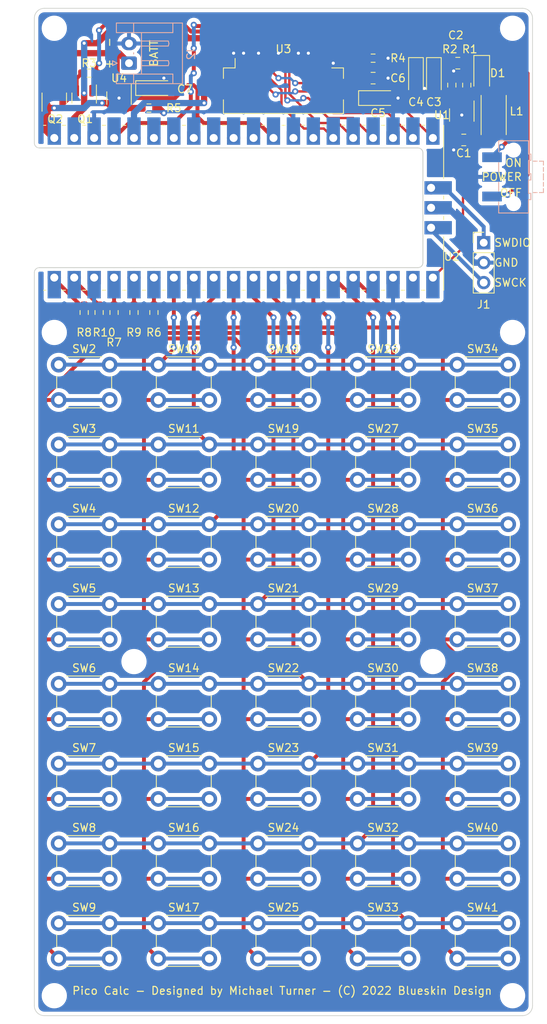
<source format=kicad_pcb>
(kicad_pcb (version 20211014) (generator pcbnew)
  (layers (0 "F.Cu" signal) (31 "B.Cu" signal) (34 "B.Paste" user) (35 "F.Paste" user) (36 "B.SilkS" user "B.Silkscreen") (37 "F.SilkS" user "F.Silkscreen") (38 "B.Mask" user) (39 "F.Mask" user) (44 "Edge.Cuts" user))
  (net 0 "")
  (net 1 "ROW1")
  (net 2 "COL1")
  (net 3 "ROW2")
  (net 4 "ROW3")
  (net 5 "ROW4")
  (net 6 "ROW5")
  (net 7 "ROW6")
  (net 8 "ROW7")
  (net 9 "ROW8")
  (net 10 "COL2")
  (net 11 "COL3")
  (net 12 "COL4")
  (net 13 "COL5")
  (net 14 "Net-(R4-Pad2)")
  (net 15 "Net-(C5-Pad1)")
  (net 16 "Net-(D1-Pad2)")
  (net 17 "Net-(Q1-Pad1)")
  (net 18 "VBUS")
  (net 19 "GND")
  (net 20 "+3V3")
  (net 21 "Net-(R1-Pad2)")
  (net 22 "Net-(R6-Pad2)")
  (net 23 "VSYS")
  (net 24 "VBAT")
  (net 25 "Net-(Q1-Pad2)")
  (net 26 "Net-(R5-Pad1)")
  (net 27 "Net-(R7-Pad2)")
  (net 28 "BAT_STAT")
  (net 37 "Net-(R8-Pad2)")
  (net 38 "Net-(R9-Pad2)")
  (net 39 "Net-(R10-Pad2)")
  (net 40 "~{POWER_EN}")
  (net 41 "DC")
  (net 42 "CS")
  (net 43 "SCK")
  (net 44 "RESET")
  (net 46 "VOP")
  (net 47 "SDO")
  (net 49 "OLED_POWER_EN")
  (net 50 "Net-(J1-Pad1)")
  (net 51 "Net-(J1-Pad3)")
  (footprint "Button_Switch_THT:SW_PUSH_6mm" (layer "F.Cu") (at 113.961974 151.791974)
    (fp_text reference "SW17")
    (fp_text value "+/-")
  )
  (footprint "MountingHole:MountingHole_2.2mm_M2_ISO7380" (layer "F.Cu") (at 159.121974 76.571974)
    (fp_text reference "H4")
    (fp_text value "M2")
  )
  (footprint "Button_Switch_THT:SW_PUSH_6mm" (layer "F.Cu") (at 139.361974 121.311974)
    (fp_text reference "SW30")
    (fp_text value "EXP")
  )
  (footprint "Button_Switch_THT:SW_PUSH_6mm" (layer "F.Cu") (at 126.661974 100.991974)
    (fp_text reference "SW20")
    (fp_text value "TAN")
  )
  (footprint "Resistor_SMD:R_0603_1608Metric_Pad0.98x0.95mm_HandSolder" (layer "F.Cu") (at 141.341974 41.646974 180)
    (fp_text reference "R4")
    (fp_text value "910k")
  )
  (footprint "Button_Switch_THT:SW_PUSH_6mm" (layer "F.Cu") (at 101.261974 100.991974)
    (fp_text reference "SW4")
    (fp_text value "SIN")
  )
  (footprint "Resistor_SMD:R_0603_1608Metric_Pad0.98x0.95mm_HandSolder" (layer "F.Cu") (at 105.146974 43.551974 180)
    (fp_text reference "R3")
    (fp_text value "100k")
  )
  (footprint "Button_Switch_THT:SW_PUSH_6mm" (layer "F.Cu") (at 152.061974 111.151974)
    (fp_text reference "SW37")
    (fp_text value "X<=>Y")
  )
  (footprint "MountingHole:MountingHole_2.2mm_M2_ISO7380" (layer "F.Cu") (at 159.121974 161.026974)
    (fp_text reference "H6")
    (fp_text value "M2")
  )
  (footprint "Package_TO_SOT_SMD:SOT-23" (layer "F.Cu") (at 100.701974 46.726974 90)
    (fp_text reference "Q2")
    (fp_text value "Q_PMOS_GSD")
  )
  (footprint "Button_Switch_THT:SW_PUSH_6mm" (layer "F.Cu") (at 152.061974 131.471974)
    (fp_text reference "SW39")
    (fp_text value "/")
  )
  (footprint "Capacitor_Tantalum_SMD:CP_EIA-3216-18_Kemet-A_Pad1.58x1.35mm_HandSolder" (layer "F.Cu") (at 146.802974 44.059974 -90)
    (fp_text reference "C4")
    (fp_text value "4u7")
  )
  (footprint "Button_Switch_THT:SW_PUSH_6mm" (layer "F.Cu") (at 113.961974 80.671974)
    (fp_text reference "SW10")
    (fp_text value "F2")
  )
  (footprint "Resistor_SMD:R_0603_1608Metric_Pad0.98x0.95mm_HandSolder" (layer "F.Cu") (at 112.766974 47.996974)
    (fp_text reference "R5")
    (fp_text value "2k")
  )
  (footprint "Button_Switch_THT:SW_PUSH_6mm" (layer "F.Cu") (at 139.361974 151.791974)
    (fp_text reference "SW33")
    (fp_text value "DROP")
  )
  (footprint "Button_Switch_THT:SW_PUSH_6mm" (layer "F.Cu") (at 139.361974 90.831974)
    (fp_text reference "SW27")
    (fp_text value "RCL")
  )
  (footprint "Button_Switch_THT:SW_PUSH_6mm" (layer "F.Cu") (at 126.661974 80.671974)
    (fp_text reference "SW18")
    (fp_text value "F3")
  )
  (footprint "Button_Switch_THT:SW_PUSH_6mm" (layer "F.Cu") (at 126.661974 90.831974)
    (fp_text reference "SW19")
    (fp_text value "FSE")
  )
  (footprint "Button_Switch_THT:SW_PUSH_6mm" (layer "F.Cu") (at 126.661974 131.471974)
    (fp_text reference "SW23")
    (fp_text value "6")
  )
  (footprint "MountingHole:MountingHole_2.2mm_M2_ISO7380" (layer "F.Cu") (at 159.121974 37.836974)
    (fp_text reference "H2")
    (fp_text value "M2")
  )
  (footprint "Button_Switch_THT:SW_PUSH_6mm" (layer "F.Cu") (at 139.361974 80.671974)
    (fp_text reference "SW26")
    (fp_text value "F4")
  )
  (footprint "MountingHole:MountingHole_2.2mm_M2_ISO7380" (layer "F.Cu") (at 148.961974 118.481974)
    (fp_text reference "H8")
    (fp_text value "M2")
  )
  (footprint "Connector_PinHeader_2.54mm:PinHeader_1x03_P2.54mm_Vertical" (layer "F.Cu") (at 155.438974 65.141974)
    (fp_text reference "J1")
    (fp_text value "SWD")
  )
  (footprint "Button_Switch_THT:SW_PUSH_6mm" (layer "F.Cu") (at 101.261974 151.791974)
    (fp_text reference "SW9")
    (fp_text value "0")
  )
  (footprint "Button_Switch_THT:SW_PUSH_6mm" (layer "F.Cu") (at 152.061974 90.831974)
    (fp_text reference "SW35")
    (fp_text value "STO")
  )
  (footprint "Button_Switch_THT:SW_PUSH_6mm" (layer "F.Cu") (at 113.961974 121.311974)
    (fp_text reference "SW14")
    (fp_text value "8")
  )
  (footprint "Connector_FFC-FPC:Hirose_FH12-24S-0.5SH_1x24-1MP_P0.50mm_Horizontal" (layer "F.Cu") (at 129.911974 44.186974)
    (fp_text reference "U3")
    (fp_text value "OLED_128x64_SSD1309")
  )
  (footprint "Resistor_SMD:R_0603_1608Metric_Pad0.98x0.95mm_HandSolder" (layer "F.Cu") (at 106.416974 74.031974 -90)
    (fp_text reference "R10")
    (fp_text value "1k")
  )
  (footprint "Diode_SMD:D_SOD-123" (layer "F.Cu") (at 155.184974 43.551974 -90)
    (fp_text reference "D1")
    (fp_text value "D_Schottky")
  )
  (footprint "MountingHole:MountingHole_2.2mm_M2_ISO7380" (layer "F.Cu") (at 110.861974 118.481974)
    (fp_text reference "H7")
    (fp_text value "M2")
  )
  (footprint "Button_Switch_THT:SW_PUSH_6mm" (layer "F.Cu") (at 113.961974 90.831974)
    (fp_text reference "SW11")
    (fp_text value "DGR")
  )
  (footprint "Button_Switch_THT:SW_PUSH_6mm" (layer "F.Cu") (at 101.261974 80.671974)
    (fp_text reference "SW2")
    (fp_text value "F1")
  )
  (footprint "Resistor_SMD:R_0603_1608Metric_Pad0.98x0.95mm_HandSolder" (layer "F.Cu") (at 113.401974 74.031974 -90)
    (fp_text reference "R6")
    (fp_text value "1k")
  )
  (footprint "MountingHole:MountingHole_2.2mm_M2_ISO7380" (layer "F.Cu") (at 100.701974 161.026974)
    (fp_text reference "H5")
    (fp_text value "M2")
  )
  (footprint "Button_Switch_THT:SW_PUSH_6mm" (layer "F.Cu") (at 152.061974 121.311974)
    (fp_text reference "SW38")
    (fp_text value "<-")
  )
  (footprint "Package_TO_SOT_SMD:SOT-23-5" (layer "F.Cu") (at 152.644974 48.885974 -90)
    (fp_text reference "U1")
    (fp_text value "AP3012")
  )
  (footprint "Resistor_SMD:R_0603_1608Metric_Pad0.98x0.95mm_HandSolder" (layer "F.Cu") (at 108.321974 74.031974 -90)
    (fp_text reference "R7")
    (fp_text value "1k")
  )
  (footprint "Button_Switch_THT:SW_PUSH_6mm" (layer "F.Cu") (at 101.261974 141.631974)
    (fp_text reference "SW8")
    (fp_text value "1")
  )
  (footprint "Button_Switch_THT:SW_PUSH_6mm" (layer "F.Cu") (at 101.261974 131.471974)
    (fp_text reference "SW7")
    (fp_text value "4")
  )
  (footprint "Capacitor_SMD:C_0805_2012Metric_Pad1.18x1.45mm_HandSolder" (layer "F.Cu") (at 152.136974 42.281974 180)
    (fp_text reference "C2")
    (fp_text value "4u7")
  )
  (footprint "Package_TO_SOT_SMD:SOT-23-5" (layer "F.Cu") (at 108.956974 46.726974 -90)
    (fp_text reference "U4")
    (fp_text value "MCP73831-2-OT")
  )
  (footprint "Button_Switch_THT:SW_PUSH_6mm" (layer "F.Cu") (at 152.061974 151.791974)
    (fp_text reference "SW41")
    (fp_text value "ENTER")
  )
  (footprint "Resistor_SMD:R_0603_1608Metric_Pad0.98x0.95mm_HandSolder" (layer "F.Cu") (at 104.511974 74.031974 -90)
    (fp_text reference "R8")
    (fp_text value "1k")
  )
  (footprint "Button_Switch_THT:SW_PUSH_6mm" (layer "F.Cu") (at 139.361974 111.151974)
    (fp_text reference "SW29")
    (fp_text value "%")
  )
  (footprint "Button_Switch_THT:SW_PUSH_6mm" (layer "F.Cu") (at 126.661974 151.791974)
    (fp_text reference "SW25")
    (fp_text value ".")
  )
  (footprint "Button_Switch_THT:SW_PUSH_6mm" (layer "F.Cu") (at 101.261974 121.311974)
    (fp_text reference "SW6")
    (fp_text value "7")
  )
  (footprint "Button_Switch_THT:SW_PUSH_6mm" (layer "F.Cu") (at 126.661974 141.631974)
    (fp_text reference "SW24")
    (fp_text value "3")
  )
  (footprint "Button_Switch_THT:SW_PUSH_6mm" (layer "F.Cu") (at 126.661974 111.151974)
    (fp_text reference "SW21")
    (fp_text value "SQRT")
  )
  (footprint "Button_Switch_THT:SW_PUSH_6mm" (layer "F.Cu") (at 152.061974 80.671974)
    (fp_text reference "SW34")
    (fp_text value "F5")
  )
  (footprint "Button_Switch_THT:SW_PUSH_6mm" (layer "F.Cu") (at 152.061974 141.631974)
    (fp_text reference "SW40")
    (fp_text value "-")
  )
  (footprint "Button_Switch_THT:SW_PUSH_6mm" (layer "F.Cu") (at 126.661974 121.311974)
    (fp_text reference "SW22")
    (fp_text value "9")
  )
  (footprint "Resistor_SMD:R_0603_1608Metric_Pad0.98x0.95mm_HandSolder" (layer "F.Cu") (at 110.861974 74.031974 -90)
    (fp_text reference "R9")
    (fp_text value "1k")
  )
  (footprint "Package_TO_SOT_SMD:SOT-23" (layer "F.Cu") (at 104.511974 46.726974 -90)
    (fp_text reference "Q1")
    (fp_text value "Q_PMOS_GSD")
  )
  (footprint "Resistor_SMD:R_0603_1608Metric_Pad0.98x0.95mm_HandSolder" (layer "F.Cu") (at 153.279974 45.075974 -90)
    (fp_text reference "R1")
    (fp_text value "R")
  )
  (footprint "Button_Switch_THT:SW_PUSH_6mm" (layer "F.Cu") (at 101.261974 111.151974)
    (fp_text reference "SW5")
    (fp_text value "a b/c")
  )
  (footprint "Button_Switch_THT:SW_PUSH_6mm" (layer "F.Cu") (at 113.961974 131.471974)
    (fp_text reference "SW15")
    (fp_text value "5")
  )
  (footprint "Capacitor_SMD:C_0805_2012Metric_Pad1.18x1.45mm_HandSolder" (layer "F.Cu") (at 141.341974 44.186974)
    (fp_text reference "C6")
    (fp_text value "4u7")
  )
  (footprint "Inductor_SMD:L_Taiyo-Yuden_NR-30xx_HandSoldering" (layer "F.Cu") (at 156.708974 48.885974 90)
    (fp_text reference "L1")
    (fp_text value "L")
  )
  (footprint "Capacitor_SMD:C_0805_2012Metric_Pad1.18x1.45mm_HandSolder" (layer "F.Cu") (at 152.898974 52.060974 180)
    (fp_text reference "C1")
    (fp_text value "4u7")
  )
  (footprint "Button_Switch_THT:SW_PUSH_6mm" (layer "F.Cu") (at 152.061974 100.991974)
    (fp_text reference "SW36")
    (fp_text value "LOG")
  )
  (footprint "Button_Switch_THT:SW_PUSH_6mm" (layer "F.Cu") (at 139.361974 131.471974)
    (fp_text reference "SW31")
    (fp_text value "*")
  )
  (footprint "Footprints:RPi_Pico_SMD_TH__Reverse_Mount" (layer "F.Cu") (at 124.831974 60.696974 90)
    (fp_text reference "U2")
    (fp_text value "Pico")
    (fp_line (start -7.62 -26.035) (end -7.620001 22.225) (layer "Edge.Cuts") (width 0.12))
    (fp_line (start -6.985 22.86) (end 6.985 22.86) (layer "Edge.Cuts") (width 0.12))
    (fp_line (start 7.62 22.225) (end 7.62 -26.035) (layer "Edge.Cuts") (width 0.12))
    (fp_arc (start -6.985 22.86) (mid -7.434013 22.674013) (end -7.62 22.225) (layer "Edge.Cuts") (width 0.12))
    (fp_arc (start 7.62 22.225) (mid 7.434013 22.674013) (end 6.985 22.86) (layer "Edge.Cuts") (width 0.12))
  )
  (footprint "Button_Switch_THT:SW_PUSH_6mm" (layer "F.Cu") (at 113.961974 141.631974)
    (fp_text reference "SW16")
    (fp_text value "2")
  )
  (footprint "Button_Switch_THT:SW_PUSH_6mm" (layer "F.Cu") (at 101.261974 90.831974)
    (fp_text reference "SW3")
    (fp_text value "SHIFT")
  )
  (footprint "Button_Switch_THT:SW_PUSH_6mm" (layer "F.Cu") (at 139.361974 141.631974)
    (fp_text reference "SW32")
    (fp_text value "+")
  )
  (footprint "MountingHole:MountingHole_2.2mm_M2_ISO7380" (layer "F.Cu") (at 100.701974 37.836974)
    (fp_text reference "H1" hide)
    (fp_text value "M2")
  )
  (footprint "Button_Switch_THT:SW_PUSH_6mm" (layer "F.Cu") (at 113.961974 111.151974)
    (fp_text reference "SW13")
    (fp_text value "Y^X")
  )
  (footprint "Capacitor_Tantalum_SMD:CP_EIA-3216-18_Kemet-A_Pad1.58x1.35mm_HandSolder" (layer "F.Cu") (at 141.976974 46.726974)
    (fp_text reference "C5")
    (fp_text value "4u7")
  )
  (footprint "MountingHole:MountingHole_2.2mm_M2_ISO7380" (layer "F.Cu") (at 100.701974 76.571974)
    (fp_text reference "H3")
    (fp_text value "M2")
  )
  (footprint "Button_Switch_THT:SW_PUSH_6mm" (layer "F.Cu") (at 139.361974 100.991974)
    (fp_text reference "SW28")
    (fp_text value "LN")
  )
  (footprint "Capacitor_Tantalum_SMD:CP_EIA-3216-18_Kemet-A_Pad1.58x1.35mm_HandSolder" (layer "F.Cu") (at 149.088974 44.059974 -90)
    (fp_text reference "C3")
    (fp_text value "4u7")
  )
  (footprint "Resistor_SMD:R_0603_1608Metric_Pad0.98x0.95mm_HandSolder" (layer "F.Cu") (at 151.374974 45.075974 90)
    (fp_text reference "R2")
    (fp_text value "R")
  )
  (footprint "Button_Switch_THT:SW_PUSH_6mm" (layer "F.Cu") (at 113.961974 100.991974)
    (fp_text reference "SW12")
    (fp_text value "COS")
  )
  (footprint "Capacitor_Tantalum_SMD:CP_EIA-3216-18_Kemet-A_Pad1.58x1.35mm_HandSolder" (layer "F.Cu") (at 113.569474 45.456974)
    (fp_text reference "C7")
    (fp_text value "4u7")
  )
  (footprint "Connector_JST:JST_EH_S2B-EH_1x02_P2.50mm_Horizontal" (layer "B.Cu") (at 110.226974 42.281974 90)
    (fp_text reference "J2")
    (fp_text value "BATT")
  )
  (footprint "Button_Switch_SMD:SW_SPDT_CK-JS102011SAQN" (layer "B.Cu") (at 159.248974 56.759974 -90)
    (fp_text reference "SW1")
    (fp_text value "POWER")
  )
  (gr_arc (start 99.431974 163.566974) (mid 98.533948 163.195) (end 98.161974 162.296974) (layer "Edge.Cuts") (width 0.1))
  (gr_arc (start 161.661974 162.296974) (mid 161.29 163.195) (end 160.391974 163.566974) (layer "Edge.Cuts") (width 0.1))
  (gr_line (start 98.161974 52.441974) (end 98.161974 36.566974) (layer "Edge.Cuts") (width 0.1))
  (gr_line (start 98.161974 162.296974) (end 98.161974 68.951974) (layer "Edge.Cuts") (width 0.1))
  (gr_line (start 161.661974 36.566974) (end 161.661974 162.296974) (layer "Edge.Cuts") (width 0.1))
  (gr_line (start 160.391974 163.566974) (end 99.431974 163.566974) (layer "Edge.Cuts") (width 0.1))
  (gr_arc (start 160.391974 35.296974) (mid 161.29 35.668948) (end 161.661974 36.566974) (layer "Edge.Cuts") (width 0.1))
  (gr_arc (start 98.796974 53.076974) (mid 98.347961 52.890987) (end 98.161974 52.441974) (layer "Edge.Cuts") (width 0.1))
  (gr_arc (start 98.161974 68.951974) (mid 98.347961 68.502961) (end 98.796974 68.316974) (layer "Edge.Cuts") (width 0.1))
  (gr_arc (start 98.161974 36.566974) (mid 98.533948 35.668948) (end 99.431974 35.296974) (layer "Edge.Cuts") (width 0.1))
  (gr_line (start 99.431974 35.296974) (end 160.391974 35.296974) (layer "Edge.Cuts") (width 0.1))
  (gr_text "+  -" (at 107.686974 41.011974 90) (layer "F.SilkS") (effects (font (size 1 1))))
  (gr_text "ON" (at 160.391974 54.981974) (layer "F.SilkS") (effects (font (size 1 1)) (justify right)))
  (gr_text "GND" (at 156.708974 67.681974) (layer "F.SilkS") (effects (font (size 1 1)) (justify left)))
  (gr_text "Pico Calc - Designed by Michael Turner - (C) 2022 Blueskin Design" (at 156.581974 160.391974) (layer "F.SilkS") (effects (font (size 1 1)) (justify right)))
  (gr_text "SWDIO" (at 156.708974 65.141974) (layer "F.SilkS") (effects (font (size 1 1)) (justify left)))
  (gr_text "OFF" (at 160.391974 58.791974) (layer "F.SilkS") (effects (font (size 1 1)) (justify right)))
  (gr_text "SWCK" (at 156.708974 70.221974) (layer "F.SilkS") (effects (font (size 1 1)) (justify left)))
  (segment (start 115.941974 78.691974) (end 113.961974 80.671974) (width 0.5) (layer "F.Cu") (net 1))
  (segment (start 115.941974 78.476974) (end 115.941974 78.691974) (width 0.5) (layer "F.Cu") (net 1))
  (segment (start 115.941974 69.586974) (end 115.941974 74.666974) (width 0.5) (layer "F.Cu") (net 1))
  (via (at 115.941974 74.666974) (size 0.8) (drill 0.4) (layers "F.Cu" "B.Cu") (net 1))
  (via (at 115.941974 78.476974) (size 0.8) (drill 0.4) (layers "F.Cu" "B.Cu") (net 1))
  (segment (start 101.261974 80.671974) (end 158.561974 80.671974) (width 0.5) (layer "B.Cu") (net 1))
  (segment (start 115.941974 78.476974) (end 115.941974 74.666974) (width 0.5) (layer "B.Cu") (net 1))
  (segment (start 104.055724 73.119474) (end 104.511974 73.119474) (width 0.5) (layer "F.Cu") (net 2))
  (segment (start 100.701974 69.765724) (end 104.055724 73.119474) (width 0.5) (layer "F.Cu") (net 2))
  (segment (start 118.481974 88.851974) (end 120.461974 90.831974) (width 0.5) (layer "F.Cu") (net 3))
  (segment (start 121.021974 72.126974) (end 121.021974 69.586974) (width 0.5) (layer "F.Cu") (net 3))
  (segment (start 118.481974 74.666974) (end 121.021974 72.126974) (width 0.5) (layer "F.Cu") (net 3))
  (segment (start 118.481974 78.476974) (end 118.481974 88.851974) (width 0.5) (layer "F.Cu") (net 3))
  (via (at 118.481974 78.476974) (size 0.8) (drill 0.4) (layers "F.Cu" "B.Cu") (net 3))
  (via (at 118.481974 74.666974) (size 0.8) (drill 0.4) (layers "F.Cu" "B.Cu") (net 3))
  (segment (start 101.261974 90.831974) (end 158.561974 90.831974) (width 0.5) (layer "B.Cu") (net 3))
  (segment (start 118.481974 74.666974) (end 118.481974 78.476974) (width 0.5) (layer "B.Cu") (net 3))
  (segment (start 123.561974 78.476974) (end 123.561974 97.891974) (width 0.5) (layer "F.Cu") (net 4))
  (segment (start 123.561974 69.586974) (end 123.561974 74.666974) (width 0.5) (layer "F.Cu") (net 4))
  (segment (start 123.561974 97.891974) (end 120.461974 100.991974) (width 0.5) (layer "F.Cu") (net 4))
  (via (at 123.561974 78.476974) (size 0.8) (drill 0.4) (layers "F.Cu" "B.Cu") (net 4))
  (via (at 123.561974 74.666974) (size 0.8) (drill 0.4) (layers "F.Cu" "B.Cu") (net 4))
  (segment (start 101.261974 100.991974) (end 158.561974 100.991974) (width 0.5) (layer "B.Cu") (net 4))
  (segment (start 123.561974 74.666974) (end 123.561974 78.476974) (width 0.5) (layer "B.Cu") (net 4))
  (segment (start 128.641974 109.171974) (end 126.661974 111.151974) (width 0.5) (layer "F.Cu") (net 5))
  (segment (start 128.641974 78.476974) (end 128.641974 109.171974) (width 0.5) (layer "F.Cu") (net 5))
  (segment (start 128.641974 74.666974) (end 126.101974 72.126974) (width 0.5) (layer "F.Cu") (net 5))
  (segment (start 126.101974 72.126974) (end 126.101974 69.586974) (width 0.5) (layer "F.Cu") (net 5))
  (via (at 128.641974 78.476974) (size 0.8) (drill 0.4) (layers "F.Cu" "B.Cu") (net 5))
  (via (at 128.641974 74.666974) (size 0.8) (drill 0.4) (layers "F.Cu" "B.Cu") (net 5))
  (segment (start 101.261974 111.151974) (end 158.561974 111.151974) (width 0.5) (layer "B.Cu") (net 5))
  (segment (start 128.641974 74.666974) (end 128.641974 78.476974) (width 0.5) (layer "B.Cu") (net 5))
  (segment (start 131.181974 78.476974) (end 131.181974 119.331974) (width 0.5) (layer "F.Cu") (net 6))
  (segment (start 131.181974 74.666974) (end 128.641974 72.126974) (width 0.5) (layer "F.Cu") (net 6))
  (segment (start 131.181974 119.331974) (end 133.161974 121.311974) (width 0.5) (layer "F.Cu") (net 6))
  (segment (start 128.641974 72.126974) (end 128.641974 69.586974) (width 0.5) (layer "F.Cu") (net 6))
  (via (at 131.181974 78.476974) (size 0.8) (drill 0.4) (layers "F.Cu" "B.Cu") (net 6))
  (via (at 131.181974 74.666974) (size 0.8) (drill 0.4) (layers "F.Cu" "B.Cu") (net 6))
  (segment (start 101.261974 121.311974) (end 158.561974 121.311974) (width 0.5) (layer "B.Cu") (net 6))
  (segment (start 131.181974 74.666974) (end 131.181974 78.476974) (width 0.5) (layer "B.Cu") (net 6))
  (segment (start 135.626974 129.006974) (end 133.161974 131.471974) (width 0.5) (layer "F.Cu") (net 7))
  (segment (start 133.721974 72.761974) (end 133.721974 69.586974) (width 0.5) (layer "F.Cu") (net 7))
  (segment (start 135.626974 78.476974) (end 135.626974 129.006974) (width 0.5) (layer "F.Cu") (net 7))
  (segment (start 135.626974 74.666974) (end 133.721974 72.761974) (width 0.5) (layer "F.Cu") (net 7))
  (via (at 135.626974 78.476974) (size 0.8) (drill 0.4) (layers "F.Cu" "B.Cu") (net 7))
  (via (at 135.626974 74.666974) (size 0.8) (drill 0.4) (layers "F.Cu" "B.Cu") (net 7))
  (segment (start 101.261974 131.471974) (end 158.561974 131.471974) (width 0.5) (layer "B.Cu") (net 7))
  (segment (start 135.626974 74.666974) (end 135.626974 78.476974) (width 0.5) (layer "B.Cu") (net 7))
  (segment (start 141.341974 78.476974) (end 141.341974 139.651974) (width 0.5) (layer "F.Cu") (net 8))
  (segment (start 141.341974 74.666974) (end 136.261974 69.586974) (width 0.5) (layer "F.Cu") (net 8))
  (segment (start 141.341974 139.651974) (end 139.361974 141.631974) (width 0.5) (layer "F.Cu") (net 8))
  (via (at 141.341974 74.666974) (size 0.8) (drill 0.4) (layers "F.Cu" "B.Cu") (net 8))
  (via (at 141.341974 78.476974) (size 0.8) (drill 0.4) (layers "F.Cu" "B.Cu") (net 8))
  (segment (start 101.261974 141.631974) (end 158.561974 141.631974) (width 0.5) (layer "B.Cu") (net 8))
  (segment (start 141.341974 74.666974) (end 141.341974 78.476974) (width 0.5) (layer "B.Cu") (net 8))
  (segment (start 143.881974 149.811974) (end 145.861974 151.791974) (width 0.5) (layer "F.Cu") (net 9))
  (segment (start 143.881974 74.666974) (end 138.801974 69.586974) (width 0.5) (layer "F.Cu") (net 9))
  (segment (start 143.881974 78.476974) (end 143.881974 149.811974) (width 0.5) (layer "F.Cu") (net 9))
  (via (at 143.881974 78.476974) (size 0.8) (drill 0.4) (layers "F.Cu" "B.Cu") (net 9))
  (via (at 143.881974 74.666974) (size 0.8) (drill 0.4) (layers "F.Cu" "B.Cu") (net 9))
  (segment (start 101.261974 151.791974) (end 158.561974 151.791974) (width 0.5) (layer "B.Cu") (net 9))
  (segment (start 143.881974 74.666974) (end 143.881974 78.476974) (width 0.5) (layer "B.Cu") (net 9))
  (segment (start 103.241974 69.944474) (end 106.416974 73.119474) (width 0.5) (layer "F.Cu") (net 10))
  (segment (start 108.321974 69.586974) (end 108.321974 73.119474) (width 0.5) (layer "F.Cu") (net 11))
  (segment (start 110.861974 69.586974) (end 110.861974 73.119474) (width 0.5) (layer "F.Cu") (net 12))
  (segment (start 113.401974 69.586974) (end 113.401974 73.119474) (width 0.5) (layer "F.Cu") (net 13))
  (segment (start 140.429474 41.646974) (end 139.159474 40.376974) (width 0.3) (layer "F.Cu") (net 14))
  (segment (start 139.159474 40.376974) (end 135.122952 40.376974) (width 0.3) (layer "F.Cu") (net 14))
  (segment (start 135.122952 40.376974) (end 134.161974 41.337952) (width 0.3) (layer "F.Cu") (net 14))
  (segment (start 134.161974 41.337952) (end 134.161974 42.336974) (width 0.3) (layer "F.Cu") (net 14))
  (segment (start 134.661974 42.336974) (end 134.661974 43.221974) (width 0.3) (layer "F.Cu") (net 15))
  (segment (start 134.661974 43.221974) (end 134.991974 43.551974) (width 0.3) (layer "F.Cu") (net 15))
  (segment (start 140.304474 44.186974) (end 140.304474 46.491974) (width 0.3) (layer "F.Cu") (net 15))
  (segment (start 139.669474 43.551974) (end 140.304474 44.186974) (width 0.3) (layer "F.Cu") (net 15))
  (segment (start 134.991974 43.551974) (end 139.669474 43.551974) (width 0.3) (layer "F.Cu") (net 15))
  (segment (start 153.644494 47.646454) (end 153.644494 47.748474) (width 1) (layer "F.Cu") (net 16))
  (segment (start 154.004974 47.285974) (end 153.644494 47.646454) (width 1) (layer "F.Cu") (net 16))
  (segment (start 155.184974 45.201974) (end 155.184974 45.761974) (width 0.5) (layer "F.Cu") (net 16))
  (segment (start 156.708974 47.285974) (end 154.004974 47.285974) (width 1) (layer "F.Cu") (net 16))
  (segment (start 155.184974 45.761974) (end 156.708974 47.285974) (width 0.5) (layer "F.Cu") (net 16))
  (segment (start 116.439603 36.566974) (end 118.130083 38.257454) (width 0.5) (layer "F.Cu") (net 17))
  (segment (start 154.716454 38.257454) (end 160.177474 43.718474) (width 0.5) (layer "F.Cu") (net 17))
  (segment (start 106.416974 38.107474) (end 107.957474 36.566974) (width 0.5) (layer "F.Cu") (net 17))
  (segment (start 118.130083 38.257454) (end 154.716454 38.257454) (width 0.5) (layer "F.Cu") (net 17))
  (segment (start 105.461974 45.789474) (end 106.059474 45.191974) (width 0.5) (layer "F.Cu") (net 17))
  (segment (start 106.059474 43.551974) (end 106.059474 42.639474) (width 0.5) (layer "F.Cu") (net 17))
  (segment (start 160.177474 43.718474) (end 160.177474 50.497474) (width 0.5) (layer "F.Cu") (net 17))
  (segment (start 107.957474 36.566974) (end 116.439603 36.566974) (width 0.5) (layer "F.Cu") (net 17))
  (segment (start 160.177474 50.497474) (end 157.724974 52.949974) (width 0.5) (layer "F.Cu") (net 17))
  (segment (start 106.059474 45.191974) (end 106.059474 43.551974) (width 0.5) (layer "F.Cu") (net 17))
  (segment (start 106.059474 42.639474) (end 106.416974 42.281974) (width 0.5) (layer "F.Cu") (net 17))
  (via (at 157.724974 52.949974) (size 0.8) (drill 0.4) (layers "F.Cu" "B.Cu") (net 17))
  (via (at 106.416974 38.107474) (size 0.8) (drill 0.4) (layers "F.Cu" "B.Cu") (net 17))
  (via (at 106.416974 42.281974) (size 0.8) (drill 0.4) (layers "F.Cu" "B.Cu") (net 17))
  (segment (start 106.416974 38.107474) (end 106.416974 42.281974) (width 0.5) (layer "B.Cu") (net 17))
  (segment (start 156.498974 54.175974) (end 157.724974 52.949974) (width 0.5) (layer "B.Cu") (net 17))
  (segment (start 107.504474 47.361974) (end 108.006974 47.864474) (width 0.8) (layer "F.Cu") (net 18))
  (segment (start 99.751974 50.856974) (end 100.701974 51.806974) (width 1) (layer "F.Cu") (net 18))
  (segment (start 106.781474 47.361974) (end 107.504474 47.361974) (width 0.8) (layer "F.Cu") (net 18))
  (segment (start 100.084474 47.996974) (end 99.751974 47.664474) (width 0.8) (layer "F.Cu") (net 18))
  (segment (start 100.701974 47.996974) (end 100.084474 47.996974) (width 0.8) (layer "F.Cu") (net 18))
  (segment (start 99.751974 47.664474) (end 99.751974 50.856974) (width 1) (layer "F.Cu") (net 18))
  (via (at 106.781474 47.361974) (size 0.8) (drill 0.4) (layers "F.Cu" "B.Cu") (net 18))
  (via (at 100.701974 47.996974) (size 0.8) (drill 0.4) (layers "F.Cu" "B.Cu") (net 18))
  (segment (start 100.701974 47.996974) (end 104.511974 47.996974) (width 0.8) (layer "B.Cu") (net 18))
  (segment (start 105.146974 47.361974) (end 104.511974 47.996974) (width 0.8) (layer "B.Cu") (net 18))
  (segment (start 106.781474 47.361974) (end 105.146974 47.361974) (width 0.8) (layer "B.Cu") (net 18))
  (segment (start 115.006974 44.521974) (end 115.006974 45.456974) (width 0.8) (layer "F.Cu") (net 19))
  (segment (start 114.671974 44.186974) (end 115.006974 44.521974) (width 0.8) (layer "F.Cu") (net 19))
  (segment (start 124.161974 42.336974) (end 124.161974 41.611974) (width 0.3) (layer "F.Cu") (net 19))
  (segment (start 133.086974 41.011974) (end 132.661974 41.436974) (width 0.3) (layer "F.Cu") (net 19))
  (segment (start 124.661974 42.336974) (end 124.661974 41.181974) (width 0.3) (layer "F.Cu") (net 19))
  (segment (start 151.099474 42.281974) (end 151.374974 42.557474) (width 0.8) (layer "F.Cu") (net 19))
  (segment (start 133.161974 41.086974) (end 133.161974 42.336974) (width 0.3) (layer "F.Cu") (net 19))
  (segment (start 133.661974 41.586974) (end 133.086974 41.011974) (width 0.3) (layer "F.Cu") (net 19))
  (segment (start 149.088974 45.497474) (end 146.802974 45.497474) (width 0.8) (layer "F.Cu") (net 19))
  (segment (start 143.246974 44.186974) (end 142.379474 44.186974) (width 0.3) (layer "F.Cu") (net 19))
  (segment (start 133.661974 42.336974) (end 133.661974 41.586974) (width 0.3) (layer "F.Cu") (net 19))
  (segment (start 151.607474 53.330974) (end 151.607474 52.314974) (width 1) (layer "F.Cu") (net 19))
  (segment (start 124.161974 41.611974) (end 123.561974 41.011974) (width 0.3) (layer "F.Cu") (net 19))
  (segment (start 129.161974 41.126974) (end 129.276974 41.011974) (width 0.3) (layer "F.Cu") (net 19))
  (segment (start 152.644974 47.748474) (end 152.644974 48.885974) (width 0.3) (layer "F.Cu") (net 19))
  (segment (start 151.607474 52.314974) (end 151.861474 52.060974) (width 1) (layer "F.Cu") (net 19))
  (segment (start 114.036974 47.996974) (end 113.679474 47.996974) (width 0.8) (layer "F.Cu") (net 19))
  (segment (start 126.661974 41.086974) (end 126.736974 41.011974) (width 0.3) (layer "F.Cu") (net 19))
  (segment (start 133.086974 41.011974) (end 133.161974 41.086974) (width 0.3) (layer "F.Cu") (net 19))
  (segment (start 132.161974 42.336974) (end 132.161974 41.356974) (width 0.3) (layer "F.Cu") (net 19))
  (segment (start 125.161974 41.341974) (end 124.831974 41.011974) (width 0.3) (layer "F.Cu") (net 19))
  (segment (start 129.161974 42.336974) (end 129.161974 41.126974) (width 0.3) (layer "F.Cu") (net 19))
  (segment (start 108.956974 45.589474) (end 108.956974 46.726974) (width 0.8) (layer "F.Cu") (net 19))
  (segment (start 124.161974 42.336974) (end 124.161974 41.681974) (width 0.3) (layer "F.Cu") (net 19))
  (segment (start 143.246974 41.646974) (end 142.254474 41.646974) (width 0.3) (layer "F.Cu") (net 19))
  (segment (start 126.661974 42.336974) (end 126.661974 41.086974) (width 0.3) (layer "F.Cu") (net 19))
  (segment (start 129.661974 42.336974) (end 129.661974 41.396974) (width 0.3) (layer "F.Cu") (net 19))
  (segment (start 135.716974 42.281974) (end 135.661974 42.336974) (width 0.3) (layer "F.Cu") (net 19))
  (segment (start 151.374974 42.557474) (end 151.374974 44.163474) (width 0.8) (layer "F.Cu") (net 19))
  (segment (start 143.414474 46.726974) (end 144.516974 46.726974) (width 0.3) (layer "F.Cu") (net 19))
  (segment (start 125.161974 42.336974) (end 125.161974 41.341974) (width 0.3) (layer "F.Cu") (net 19))
  (segment (start 131.661974 41.166974) (end 131.816974 41.011974) (width 0.3) (layer "F.Cu") (net 19))
  (segment (start 124.661974 41.181974) (end 124.831974 41.011974) (width 0.3) (layer "F.Cu") (net 19))
  (segment (start 132.161974 41.356974) (end 131.816974 41.011974) (width 0.3) (layer "F.Cu") (net 19))
  (segment (start 127.161974 41.436974) (end 126.736974 41.011974) (width 0.3) (layer "F.Cu") (net 19))
  (segment (start 136.261974 42.281974) (end 135.716974 42.281974) (width 0.3) (layer "F.Cu") (net 19))
  (segment (start 129.661974 41.396974) (end 129.276974 41.011974) (width 0.3) (layer "F.Cu") (net 19))
  (segment (start 114.671974 48.631974) (end 114.036974 47.996974) (width 0.8) (layer "F.Cu") (net 19))
  (segment (start 127.161974 42.336974) (end 127.161974 41.436974) (width 0.3) (layer "F.Cu") (net 19))
  (segment (start 132.661974 41.436974) (end 132.661974 42.336974) (width 0.3) (layer "F.Cu") (net 19))
  (segment (start 131.661974 42.336974) (end 131.661974 41.166974) (width 0.3) (layer "F.Cu") (net 19))
  (via (at 123.561974 41.011974) (size 0.8) (drill 0.4) (layers "F.Cu" "B.Cu") (net 19))
  (via (at 147.905474 45.497474) (size 0.8) (drill 0.4) (layers "F.Cu" "B.Cu") (net 19))
  (via (at 124.831974 41.011974) (size 0.8) (drill 0.4) (layers "F.Cu" "B.Cu") (net 19))
  (via (at 144.516974 46.726974) (size 0.8) (drill 0.4) (layers "F.Cu" "B.Cu") (net 19))
  (via (at 136.261974 42.281974) (size 0.8) (drill 0.4) (layers "F.Cu" "B.Cu") (net 19))
  (via (at 133.086974 41.011974) (size 0.8) (drill 0.4) (layers "F.Cu" "B.Cu") (net 19))
  (via (at 131.816974 41.011974) (size 0.8) (drill 0.4) (layers "F.Cu" "B.Cu") (net 19))
  (via (at 108.956974 46.726974) (size 0.8) (drill 0.4) (layers "F.Cu" "B.Cu") (net 19))
  (via (at 129.276974 41.011974) (size 0.8) (drill 0.4) (layers "F.Cu" "B.Cu") (net 19))
  (via (at 143.246974 41.646974) (size 0.8) (drill 0.4) (layers "F.Cu" "B.Cu") (net 19))
  (via (at 151.607474 53.330974) (size 0.8) (drill 0.4) (layers "F.Cu" "B.Cu") (net 19))
  (via (at 114.671974 48.631974) (size 0.8) (drill 0.4) (layers "F.Cu" "B.Cu") (net 19))
  (via (at 151.607474 43.276474) (size 0.8) (drill 0.4) (layers "F.Cu" "B.Cu") (net 19))
  (via (at 143.246974 44.186974) (size 0.8) (drill 0.4) (layers "F.Cu" "B.Cu") (net 19))
  (via (at 126.736974 41.011974) (size 0.8) (drill 0.4) (layers "F.Cu" "B.Cu") (net 19))
  (via (at 152.644974 48.885974) (size 0.8) (drill 0.4) (layers "F.Cu" "B.Cu") (net 19))
  (via (at 114.671974 44.186974) (size 0.8) (drill 0.4) (layers "F.Cu" "B.Cu") (net 19))
  (segment (start 155.438974 67.681974) (end 154.236893 67.681974) (width 0.8) (layer "B.Cu") (net 19))
  (segment (start 153.152974 66.598055) (end 153.152974 62.958952) (width 0.8) (layer "B.Cu") (net 19))
  (segment (start 153.152974 62.958952) (end 150.890996 60.696974) (width 0.8) (layer "B.Cu") (net 19))
  (segment (start 154.236893 67.681974) (end 153.152974 66.598055) (width 0.8) (layer "B.Cu") (net 19))
  (segment (start 126.161974 42.336974) (end 126.161974 43.491974) (width 0.3) (layer "F.Cu") (net 20))
  (segment (start 119.801298 47.361974) (end 119.801298 44.848628) (width 0.8) (layer "F.Cu") (net 20))
  (segment (start 125.766485 43.887463) (end 126.067463 43.586485) (width 0.8) (layer "F.Cu") (net 20))
  (segment (start 119.801298 44.848628) (end 120.762463 43.887463) (width 0.8) (layer "F.Cu") (net 20))
  (segment (start 126.161974 43.491974) (end 126.067463 43.586485) (width 0.3) (layer "F.Cu") (net 20))
  (segment (start 120.762463 43.887463) (end 125.766485 43.887463) (width 0.8) (layer "F.Cu") (net 20))
  (via (at 119.801298 47.361974) (size 0.8) (drill 0.4) (layers "F.Cu" "B.Cu") (net 20))
  (segment (start 112.131974 47.361974) (end 110.861974 48.631974) (width 0.8) (layer "B.Cu") (net 20))
  (segment (start 119.801298 47.361974) (end 112.131974 47.361974) (width 0.8) (layer "B.Cu") (net 20))
  (segment (start 110.861974 48.631974) (end 110.861974 51.806974) (width 0.8) (layer "B.Cu") (net 20))
  (segment (start 151.694974 46.308474) (end 151.374974 45.988474) (width 0.3) (layer "F.Cu") (net 21))
  (segment (start 151.694974 47.748474) (end 151.694974 46.308474) (width 0.3) (layer "F.Cu") (net 21))
  (segment (start 153.279974 45.988474) (end 151.374974 45.988474) (width 0.3) (layer "F.Cu") (net 21))
  (segment (start 152.061974 105.491974) (end 150.521974 105.491974) (width 0.5) (layer "F.Cu") (net 22))
  (segment (start 150.231974 95.621974) (end 150.231974 105.781974) (width 0.5) (layer "F.Cu") (net 22))
  (segment (start 152.061974 135.971974) (end 150.521974 135.971974) (width 0.5) (layer "F.Cu") (net 22))
  (segment (start 152.061974 146.131974) (end 150.521974 146.131974) (width 0.5) (layer "F.Cu") (net 22))
  (segment (start 152.061974 95.331974) (end 150.521974 95.331974) (width 0.5) (layer "F.Cu") (net 22))
  (segment (start 113.401974 74.944474) (end 114.394474 75.936974) (width 0.5) (layer "F.Cu") (net 22))
  (segment (start 152.061974 115.651974) (end 150.521974 115.651974) (width 0.5) (layer "F.Cu") (net 22))
  (segment (start 150.521974 115.651974) (end 150.231974 115.941974) (width 0.5) (layer "F.Cu") (net 22))
  (segment (start 150.231974 105.781974) (end 150.231974 115.941974) (width 0.5) (layer "F.Cu") (net 22))
  (segment (start 151.501974 119.822055) (end 150.231974 121.092055) (width 0.5) (layer "F.Cu") (net 22))
  (segment (start 150.231974 136.261974) (end 150.231974 146.421974) (width 0.5) (layer "F.Cu") (net 22))
  (segment (start 150.521974 135.971974) (end 150.231974 136.261974) (width 0.5) (layer "F.Cu") (net 22))
  (segment (start 150.231974 126.101974) (end 150.231974 136.261974) (width 0.5) (layer "F.Cu") (net 22))
  (segment (start 150.521974 95.331974) (end 150.231974 95.621974) (width 0.5) (layer "F.Cu") (net 22))
  (segment (start 150.231974 154.461974) (end 152.061974 156.291974) (width 0.5) (layer "F.Cu") (net 22))
  (segment (start 151.501974 117.211974) (end 151.501974 119.822055) (width 0.5) (layer "F.Cu") (net 22))
  (segment (start 150.231974 115.941974) (end 151.501974 117.211974) (width 0.5) (layer "F.Cu") (net 22))
  (segment (start 150.231974 146.421974) (end 150.231974 154.461974) (width 0.5) (layer "F.Cu") (net 22))
  (segment (start 150.231974 121.092055) (end 150.231974 126.101974) (width 0.5) (layer "F.Cu") (net 22))
  (segment (start 150.521974 125.811974) (end 150.231974 126.101974) (width 0.5) (layer "F.Cu") (net 22))
  (segment (start 150.231974 78.476974) (end 150.231974 95.621974) (width 0.5) (layer "F.Cu") (net 22))
  (segment (start 152.061974 125.811974) (end 150.521974 125.811974) (width 0.5) (layer "F.Cu") (net 22))
  (segment (start 114.394474 75.936974) (end 147.691974 75.936974) (width 0.5) (layer "F.Cu") (net 22))
  (segment (start 150.521974 146.131974) (end 150.231974 146.421974) (width 0.5) (layer "F.Cu") (net 22))
  (segment (start 147.691974 75.936974) (end 150.231974 78.476974) (width 0.5) (layer "F.Cu") (net 22))
  (segment (start 152.061974 85.171974) (end 150.521974 85.171974) (width 0.5) (layer "F.Cu") (net 22))
  (segment (start 150.521974 105.491974) (end 150.231974 105.781974) (width 0.5) (layer "F.Cu") (net 22))
  (segment (start 158.561974 85.171974) (end 152.061974 85.171974) (width 0.5) (layer "B.Cu") (net 22))
  (segment (start 152.061974 105.491974) (end 158.561974 105.491974) (width 0.5) (layer "B.Cu") (net 22))
  (segment (start 152.061974 125.811974) (end 158.561974 125.811974) (width 0.5) (layer "B.Cu") (net 22))
  (segment (start 152.061974 95.331974) (end 158.561974 95.331974) (width 0.5) (layer "B.Cu") (net 22))
  (segment (start 158.561974 115.651974) (end 152.061974 115.651974) (width 0.5) (layer "B.Cu") (net 22))
  (segment (start 158.561974 135.971974) (end 152.061974 135.971974) (width 0.5) (layer "B.Cu") (net 22))
  (segment (start 158.561974 156.291974) (end 152.061974 156.291974) (width 0.5) (layer "B.Cu") (net 22))
  (segment (start 152.061974 146.131974) (end 158.561974 146.131974) (width 0.5) (layer "B.Cu") (net 22))
  (segment (start 154.295974 39.106974) (end 159.248974 44.059974) (width 0.8) (layer "F.Cu") (net 23))
  (segment (start 159.248974 48.631974) (end 157.394974 50.485974) (width 0.8) (layer "F.Cu") (net 23))
  (segment (start 153.936474 52.060974) (end 155.133974 52.060974) (width 1) (layer "F.Cu") (net 23))
  (segment (start 116.508201 37.836974) (end 117.778201 39.106974) (width 0.8) (layer "F.Cu") (net 23))
  (segment (start 104.511974 46.091974) (end 104.511974 47.664474) (width 0.8) (layer "F.Cu") (net 23))
  (segment (start 104.511974 39.741974) (end 106.195997 39.741974) (width 0.8) (layer "F.Cu") (net 23))
  (segment (start 103.241974 51.806974) (end 103.241974 49.266974) (width 0.8) (layer "F.Cu") (net 23))
  (segment (start 103.241974 49.266974) (end 104.511974 47.996974) (width 0.8) (layer "F.Cu") (net 23))
  (segment (start 155.133974 52.060974) (end 156.708974 50.485974) (width 1) (layer "F.Cu") (net 23))
  (segment (start 104.511974 47.996974) (end 104.511974 47.664474) (width 0.8) (layer "F.Cu") (net 23))
  (segment (start 106.195997 39.741974) (end 108.100997 37.836974) (width 0.8) (layer "F.Cu") (net 23))
  (segment (start 159.248974 44.059974) (end 159.248974 48.631974) (width 0.8) (layer "F.Cu") (net 23))
  (segment (start 108.100997 37.836974) (end 116.508201 37.836974) (width 0.8) (layer "F.Cu") (net 23))
  (segment (start 153.594974 50.023474) (end 153.594974 51.973474) (width 0.3) (layer "F.Cu") (net 23))
  (segment (start 117.778201 39.106974) (end 154.295974 39.106974) (width 0.8) (layer "F.Cu") (net 23))
  (via (at 104.511974 39.741974) (size 0.8) (drill 0.4) (layers "F.Cu" "B.Cu") (net 23))
  (via (at 104.511974 46.091974) (size 0.8) (drill 0.4) (layers "F.Cu" "B.Cu") (net 23))
  (segment (start 104.511974 39.741974) (end 104.511974 46.091974) (width 0.8) (layer "B.Cu") (net 23))
  (segment (start 108.641974 44.181993) (end 110.221974 44.181993) (width 0.8) (layer "F.Cu") (net 24))
  (segment (start 110.221974 44.181993) (end 111.496955 45.456974) (width 0.8) (layer "F.Cu") (net 24))
  (segment (start 103.241974 41.011974) (end 100.701974 43.551974) (width 0.8) (layer "F.Cu") (net 24))
  (segment (start 107.957454 44.727472) (end 107.957454 45.589474) (width 0.8) (layer "F.Cu") (net 24))
  (segment (start 108.956974 41.011974) (end 103.241974 41.011974) (width 0.8) (layer "F.Cu") (net 24))
  (segment (start 110.226974 42.281974) (end 108.956974 41.011974) (width 0.8) (layer "F.Cu") (net 24))
  (segment (start 108.641974 44.181993) (end 108.641974 41.326974) (width 0.8) (layer "F.Cu") (net 24))
  (segment (start 108.502933 44.181993) (end 107.957454 44.727472) (width 0.8) (layer "F.Cu") (net 24))
  (segment (start 108.641974 44.181993) (end 108.502933 44.181993) (width 0.8) (layer "F.Cu") (net 24))
  (segment (start 111.496955 45.456974) (end 112.131974 45.456974) (width 0.8) (layer "F.Cu") (net 24))
  (segment (start 100.701974 43.551974) (end 100.701974 45.789474) (width 0.8) (layer "F.Cu") (net 24))
  (segment (start 101.686974 47.664474) (end 103.561974 45.789474) (width 0.5) (layer "F.Cu") (net 25))
  (segment (start 103.561974 44.224474) (end 104.234474 43.551974) (width 0.5) (layer "F.Cu") (net 25))
  (segment (start 103.561974 45.789474) (end 103.561974 44.224474) (width 0.5) (layer "F.Cu") (net 25))
  (segment (start 110.039474 47.996974) (end 109.906974 47.864474) (width 0.8) (layer "F.Cu") (net 26))
  (segment (start 111.854474 47.996974) (end 110.039474 47.996974) (width 0.8) (layer "F.Cu") (net 26))
  (segment (start 125.121974 135.971974) (end 124.831974 136.261974) (width 0.5) (layer "F.Cu") (net 27))
  (segment (start 125.121974 125.811974) (end 124.831974 126.101974) (width 0.5) (layer "F.Cu") (net 27))
  (segment (start 126.661974 135.971974) (end 125.121974 135.971974) (width 0.5) (layer "F.Cu") (net 27))
  (segment (start 124.831974 95.621974) (end 124.831974 105.781974) (width 0.5) (layer "F.Cu") (net 27))
  (segment (start 123.691014 77.336014) (end 124.831974 78.476974) (width 0.5) (layer "F.Cu") (net 27))
  (segment (start 126.661974 146.131974) (end 125.121974 146.131974) (width 0.5) (layer "F.Cu") (net 27))
  (segment (start 126.661974 95.331974) (end 125.121974 95.331974) (width 0.5) (layer "F.Cu") (net 27))
  (segment (start 110.713514 77.336014) (end 123.691014 77.336014) (width 0.5) (layer "F.Cu") (net 27))
  (segment (start 125.121974 85.171974) (end 124.831974 85.461974) (width 0.5) (layer "F.Cu") (net 27))
  (segment (start 125.121974 146.131974) (end 124.831974 146.421974) (width 0.5) (layer "F.Cu") (net 27))
  (segment (start 125.121974 115.651974) (end 124.831974 115.941974) (width 0.5) (layer "F.Cu") (net 27))
  (segment (start 124.831974 136.261974) (end 124.831974 146.421974) (width 0.5) (layer "F.Cu") (net 27))
  (segment (start 126.661974 125.811974) (end 125.121974 125.811974) (width 0.5) (layer "F.Cu") (net 27))
  (segment (start 124.831974 126.101974) (end 124.831974 136.261974) (width 0.5) (layer "F.Cu") (net 27))
  (segment (start 124.831974 115.941974) (end 124.831974 126.101974) (width 0.5) (layer "F.Cu") (net 27))
  (segment (start 108.321974 74.944474) (end 110.713514 77.336014) (width 0.5) (layer "F.Cu") (net 27))
  (segment (start 124.831974 85.461974) (end 124.831974 95.621974) (width 0.5) (layer "F.Cu") (net 27))
  (segment (start 126.661974 115.651974) (end 125.121974 115.651974) (width 0.5) (layer "F.Cu") (net 27))
  (segment (start 124.831974 154.461974) (end 126.661974 156.291974) (width 0.5) (layer "F.Cu") (net 27))
  (segment (start 125.121974 105.491974) (end 124.831974 105.781974) (width 0.5) (layer "F.Cu") (net 27))
  (segment (start 126.661974 85.171974) (end 125.121974 85.171974) (width 0.5) (layer "F.Cu") (net 27))
  (segment (start 125.121974 95.331974) (end 124.831974 95.621974) (width 0.5) (layer "F.Cu") (net 27))
  (segment (start 126.661974 105.491974) (end 125.121974 105.491974) (width 0.5) (layer "F.Cu") (net 27))
  (segment (start 124.831974 78.476974) (end 124.831974 85.461974) (width 0.5) (layer "F.Cu") (net 27))
  (segment (start 124.831974 146.421974) (end 124.831974 154.461974) (width 0.5) (layer "F.Cu") (net 27))
  (segment (start 124.831974 105.781974) (end 124.831974 115.941974) (width 0.5) (layer "F.Cu") (net 27))
  (segment (start 126.661974 95.331974) (end 133.161974 95.331974) (width 0.5) (layer "B.Cu") (net 27))
  (segment (start 126.661974 146.131974) (end 133.161974 146.131974) (width 0.5) (layer "B.Cu") (net 27))
  (segment (start 126.661974 85.171974) (end 133.161974 85.171974) (width 0.5) (layer "B.Cu") (net 27))
  (segment (start 133.161974 156.291974) (end 126.661974 156.291974) (width 0.5) (layer "B.Cu") (net 27))
  (segment (start 133.161974 115.651974) (end 126.661974 115.651974) (width 0.5) (layer "B.Cu") (net 27))
  (segment (start 126.661974 105.491974) (end 133.161974 105.491974) (width 0.5) (layer "B.Cu") (net 27))
  (segment (start 133.161974 135.971974) (end 126.661974 135.971974) (width 0.5) (layer "B.Cu") (net 27))
  (segment (start 126.661974 125.811974) (end 133.161974 125.811974) (width 0.5) (layer "B.Cu") (net 27))
  (segment (start 116.100724 46.726974) (end 117.750422 45.077276) (width 0.5) (layer "F.Cu") (net 28))
  (segment (start 119.751974 49.901974) (end 126.736974 49.901974) (width 0.5) (layer "F.Cu") (net 28))
  (segment (start 118.454167 45.077276) (end 118.951798 45.574907) (width 0.5) (layer "F.Cu") (net 28))
  (segment (start 126.736974 49.901974) (end 128.641974 51.806974) (width 0.5) (layer "F.Cu") (net 28))
  (segment (start 118.951798 49.101798) (end 119.751974 49.901974) (width 0.5) (layer "F.Cu") (net 28))
  (segment (start 118.951798 45.574907) (end 118.951798 49.101798) (width 0.5) (layer "F.Cu") (net 28))
  (segment (start 111.044474 46.726974) (end 116.100724 46.726974) (width 0.5) (layer "F.Cu") (net 28))
  (segment (start 109.906974 45.589474) (end 111.044474 46.726974) (width 0.5) (layer "F.Cu") (net 28))
  (segment (start 117.750422 45.077276) (end 118.454167 45.077276) (width 0.5) (layer "F.Cu") (net 28))
  (segment (start 99.431974 154.461974) (end 101.261974 156.291974) (width 0.5) (layer "F.Cu") (net 37))
  (segment (start 99.431974 85.461974) (end 99.431974 95.621974) (width 0.5) (layer "F.Cu") (net 37))
  (segment (start 101.261974 85.171974) (end 99.721974 85.171974) (width 0.5) (layer "F.Cu") (net 37))
  (segment (start 99.431974 84.826974) (end 104.511974 79.746974) (width 0.5) (layer "F.Cu") (net 37))
  (segment (start 99.431974 146.421974) (end 99.431974 154.461974) (width 0.5) (layer "F.Cu") (net 37))
  (segment (start 99.721974 135.971974) (end 99.431974 136.261974) (width 0.5) (layer "F.Cu") (net 37))
  (segment (start 99.721974 146.131974) (end 99.431974 146.421974) (width 0.5) (layer "F.Cu") (net 37))
  (segment (start 101.261974 115.651974) (end 99.721974 115.651974) (width 0.5) (layer "F.Cu") (net 37))
  (segment (start 101.261974 125.811974) (end 99.721974 125.811974) (width 0.5) (layer "F.Cu") (net 37))
  (segment (start 99.721974 125.811974) (end 99.431974 126.101974) (width 0.5) (layer "F.Cu") (net 37))
  (segment (start 99.431974 136.261974) (end 99.431974 146.421974) (width 0.5) (layer "F.Cu") (net 37))
  (segment (start 101.261974 135.971974) (end 99.721974 135.971974) (width 0.5) (layer "F.Cu") (net 37))
  (segment (start 99.721974 95.331974) (end 99.431974 95.621974) (width 0.5) (layer "F.Cu") (net 37))
  (segment (start 99.431974 95.621974) (end 99.431974 115.941974) (width 0.5) (layer "F.Cu") (net 37))
  (segment (start 99.721974 85.171974) (end 99.431974 85.461974) (width 0.5) (layer "F.Cu") (net 37))
  (segment (start 99.431974 115.941974) (end 99.431974 126.101974) (width 0.5) (layer "F.Cu") (net 37))
  (segment (start 101.261974 95.331974) (end 99.721974 95.331974) (width 0.5) (layer "F.Cu") (net 37))
  (segment (start 101.261974 105.491974) (end 99.721974 105.491974) (width 0.5) (layer "F.Cu") (net 37))
  (segment (start 99.721974 115.651974) (end 99.431974 115.941974) (width 0.5) (layer "F.Cu") (net 37))
  (segment (start 101.261974 146.131974) (end 99.721974 146.131974) (width 0.5) (layer "F.Cu") (net 37))
  (segment (start 99.431974 126.101974) (end 99.431974 136.261974) (width 0.5) (layer "F.Cu") (net 37))
  (segment (start 99.431974 85.461974) (end 99.431974 84.826974) (width 0.5) (layer "F.Cu") (net 37))
  (segment (start 104.511974 79.746974) (end 104.511974 74.944474) (width 0.5) (layer "F.Cu") (net 37))
  (segment (start 101.261974 146.131974) (end 107.761974 146.131974) (width 0.5) (layer "B.Cu") (net 37))
  (segment (start 107.761974 156.291974) (end 101.261974 156.291974) (width 0.5) (layer "B.Cu") (net 37))
  (segment (start 101.261974 85.171974) (end 107.761974 85.171974) (width 0.5) (layer "B.Cu") (net 37))
  (segment (start 107.761974 135.971974) (end 101.261974 135.971974) (width 0.5) (layer "B.Cu") (net 37))
  (segment (start 101.261974 125.811974) (end 107.761974 125.811974) (width 0.5) (layer "B.Cu") (net 37))
  (segment (start 101.261974 95.331974) (end 107.761974 95.331974) (width 0.5) (layer "B.Cu") (net 37))
  (segment (start 101.261974 105.491974) (end 107.761974 105.491974) (width 0.5) (layer "B.Cu") (net 37))
  (segment (start 107.761974 115.651974) (end 101.261974 115.651974) (width 0.5) (layer "B.Cu") (net 37))
  (segment (start 139.361974 85.171974) (end 137.821974 85.171974) (width 0.5) (layer "F.Cu") (net 38))
  (segment (start 137.821974 146.131974) (end 137.531974 146.421974) (width 0.5) (layer "F.Cu") (net 38))
  (segment (start 137.531974 85.461974) (end 137.531974 77.841974) (width 0.5) (layer "F.Cu") (net 38))
  (segment (start 139.361974 146.131974) (end 137.821974 146.131974) (width 0.5) (layer "F.Cu") (net 38))
  (segment (start 139.361974 125.811974) (end 137.821974 125.811974) (width 0.5) (layer "F.Cu") (net 38))
  (segment (start 139.361974 135.971974) (end 137.821974 135.971974) (width 0.5) (layer "F.Cu") (net 38))
  (segment (start 137.531974 95.621974) (end 137.531974 105.781974) (width 0.5) (layer "F.Cu") (net 38))
  (segment (start 137.531974 115.941974) (end 137.531974 126.101974) (width 0.5) (layer "F.Cu") (net 38))
  (segment (start 137.531974 146.421974) (end 137.531974 154.461974) (width 0.5) (layer "F.Cu") (net 38))
  (segment (start 137.821974 125.811974) (end 137.531974 126.101974) (width 0.5) (layer "F.Cu") (net 38))
  (segment (start 139.361974 115.651974) (end 137.821974 115.651974) (width 0.5) (layer "F.Cu") (net 38))
  (segment (start 137.531974 126.101974) (end 137.531974 136.261974) (width 0.5) (layer "F.Cu") (net 38))
  (segment (start 137.531974 105.781974) (end 137.531974 115.941974) (width 0.5) (layer "F.Cu") (net 38))
  (segment (start 112.553994 76.636494) (end 110.861974 74.944474) (width 0.5) (layer "F.Cu") (net 38))
  (segment (start 137.531974 77.841974) (end 136.326494 76.636494) (width 0.5) (layer "F.Cu") (net 38))
  (segment (start 136.326494 76.636494) (end 112.553994 76.636494) (width 0.5) (layer "F.Cu") (net 38))
  (segment (start 137.821974 95.331974) (end 137.531974 95.621974) (width 0.5) (layer "F.Cu") (net 38))
  (segment (start 137.531974 136.261974) (end 137.531974 146.421974) (width 0.5) (layer "F.Cu") (net 38))
  (segment (start 137.531974 154.461974) (end 139.361974 156.291974) (width 0.5) (layer "F.Cu") (net 38))
  (segment (start 139.361974 95.331974) (end 137.821974 95.331974) (width 0.5) (layer "F.Cu") (net 38))
  (segment (start 139.361974 105.491974) (end 137.821974 105.491974) (width 0.5) (layer "F.Cu") (net 38))
  (segment (start 137.821974 135.971974) (end 137.531974 136.261974) (width 0.5) (layer "F.Cu") (net 38))
  (segment (start 137.821974 115.651974) (end 137.531974 115.941974) (width 0.5) (layer "F.Cu") (net 38))
  (segment (start 137.531974 85.461974) (end 137.531974 95.621974) (width 0.5) (layer "F.Cu") (net 38))
  (segment (start 137.821974 85.171974) (end 137.531974 85.461974) (width 0.5) (layer "F.Cu") (net 38))
  (segment (start 137.821974 105.491974) (end 137.531974 105.781974) (width 0.5) (layer "F.Cu") (net 38))
  (segment (start 139.361974 95.331974) (end 145.861974 95.331974) (width 0.5) (layer "B.Cu") (net 38))
  (segment (start 145.861974 115.651974) (end 139.361974 115.651974) (width 0.5) (layer "B.Cu") (net 38))
  (segment (start 139.361974 146.131974) (end 145.861974 146.131974) (width 0.5) (layer "B.Cu") (net 38))
  (segment (start 139.361974 105.491974) (end 145.861974 105.491974) (width 0.5) (layer "B.Cu") (net 38))
  (segment (start 145.861974 135.971974) (end 139.361974 135.971974) (width 0.5) (layer "B.Cu") (net 38))
  (segment (start 145.861974 156.291974) (end 139.361974 156.291974) (width 0.5) (layer "B.Cu") (net 38))
  (segment (start 139.361974 125.811974) (end 145.861974 125.811974) (width 0.5) (layer "B.Cu") (net 38))
  (segment (start 139.361974 85.171974) (end 145.861974 85.171974) (width 0.5) (layer "B.Cu") (net 38))
  (segment (start 112.131974 85.461974) (end 112.131974 79.746974) (width 0.5) (layer "F.Cu") (net 39))
  (segment (start 113.961974 115.651974) (end 112.421974 115.651974) (width 0.5) (layer "F.Cu") (net 39))
  (segment (start 113.961974 125.811974) (end 112.421974 125.811974) (width 0.5) (layer "F.Cu") (net 39))
  (segment (start 112.131974 116.196934) (end 113.401974 117.466934) (width 0.5) (layer "F.Cu") (net 39))
  (segment (start 113.401974 117.466934) (end 113.401974 119.822055) (width 0.5) (layer "F.Cu") (net 39))
  (segment (start 112.131974 95.621974) (end 112.131974 116.196934) (width 0.5) (layer "F.Cu") (net 39))
  (segment (start 109.949474 78.476974) (end 106.416974 74.944474) (width 0.5) (layer "F.Cu") (net 39))
  (segment (start 112.421974 85.171974) (end 112.131974 85.461974) (width 0.5) (layer "F.Cu") (net 39))
  (segment (start 112.131974 146.421974) (end 112.131974 154.461974) (width 0.5) (layer "F.Cu") (net 39))
  (segment (start 113.961974 146.131974) (end 112.421974 146.131974) (width 0.5) (layer "F.Cu") (net 39))
  (segment (start 113.961974 85.171974) (end 112.421974 85.171974) (width 0.5) (layer "F.Cu") (net 39))
  (segment (start 113.961974 135.971974) (end 112.421974 135.971974) (width 0.5) (layer "F.Cu") (net 39))
  (segment (start 110.861974 78.476974) (end 112.131974 79.746974) (width 0.5) (layer "F.Cu") (net 39))
  (segment (start 113.401974 119.822055) (end 112.131974 121.092055) (width 0.5) (layer "F.Cu") (net 39))
  (segment (start 112.131974 154.461974) (end 113.961974 156.291974) (width 0.5) (layer "F.Cu") (net 39))
  (segment (start 110.861974 78.476974) (end 109.949474 78.476974) (width 0.5) (layer "F.Cu") (net 39))
  (segment (start 112.131974 121.092055) (end 112.131974 146.421974) (width 0.5) (layer "F.Cu") (net 39))
  (segment (start 112.421974 95.331974) (end 112.131974 95.621974) (width 0.5) (layer "F.Cu") (net 39))
  (segment (start 112.421974 146.131974) (end 112.131974 146.421974) (width 0.5) (layer "F.Cu") (net 39))
  (segment (start 113.961974 105.491974) (end 112.421974 105.491974) (width 0.5) (layer "F.Cu") (net 39))
  (segment (start 112.131974 85.461974) (end 112.131974 95.621974) (width 0.5) (layer "F.Cu") (net 39))
  (segment (start 113.961974 95.331974) (end 112.421974 95.331974) (width 0.5) (layer "F.Cu") (net 39))
  (segment (start 120.461974 135.971974) (end 113.961974 135.971974) (width 0.5) (layer "B.Cu") (net 39))
  (segment (start 113.961974 125.811974) (end 120.461974 125.811974) (width 0.5) (layer "B.Cu") (net 39))
  (segment (start 120.461974 115.651974) (end 113.961974 115.651974) (width 0.5) (layer "B.Cu") (net 39))
  (segment (start 113.961974 105.491974) (end 120.461974 105.491974) (width 0.5) (layer "B.Cu") (net 39))
  (segment (start 120.461974 156.291974) (end 113.961974 156.291974) (width 0.5) (layer "B.Cu") (net 39))
  (segment (start 113.961974 95.331974) (end 120.461974 95.331974) (width 0.5) (layer "B.Cu") (net 39))
  (segment (start 113.961974 146.131974) (end 120.461974 146.131974) (width 0.5) (layer "B.Cu") (net 39))
  (segment (start 113.961974 85.171974) (end 120.461974 85.171974) (width 0.5) (layer "B.Cu") (net 39))
  (segment (start 118.481974 37.407954) (end 118.631954 37.557934) (width 0.5) (layer "F.Cu") (net 40))
  (segment (start 110.226974 49.901974) (end 108.321974 51.806974) (width 0.5) (layer "F.Cu") (net 40))
  (segment (start 115.941974 49.901974) (end 110.226974 49.901974) (width 0.5) (layer "F.Cu") (net 40))
  (segment (start 118.102287 45.926787) (end 118.102287 47.741661) (width 0.5) (layer "F.Cu") (net 40))
  (segment (start 161.026974 43.578704) (end 161.026974 56.505974) (width 0.5) (layer "F.Cu") (net 40))
  (segment (start 118.481974 43.551974) (end 118.481974 40.376974) (width 0.5) (layer "F.Cu") (net 40))
  (segment (start 118.631954 37.557934) (end 155.006204 37.557934) (width 0.5) (layer "F.Cu") (net 40))
  (segment (start 118.102287 47.741661) (end 115.941974 49.901974) (width 0.5) (layer "F.Cu") (net 40))
  (segment (start 161.026974 56.505974) (end 158.486974 59.045974) (width 0.5) (layer "F.Cu") (net 40))
  (segment (start 155.006204 37.557934) (end 161.026974 43.578704) (width 0.5) (layer "F.Cu") (net 40))
  (via (at 118.481974 37.407954) (size 0.8) (drill 0.4) (layers "F.Cu" "B.Cu") (net 40))
  (via (at 158.486974 59.045974) (size 0.8) (drill 0.4) (layers "F.Cu" "B.Cu") (net 40))
  (via (at 118.481974 43.551974) (size 0.8) (drill 0.4) (layers "F.Cu" "B.Cu") (net 40))
  (via (at 118.102287 45.926787) (size 0.8) (drill 0.4) (layers "F.Cu" "B.Cu") (net 40))
  (via (at 118.481974 40.376974) (size 0.8) (drill 0.4) (layers "F.Cu" "B.Cu") (net 40))
  (segment (start 158.486974 59.045974) (end 156.712974 59.045974) (width 0.5) (layer "B.Cu") (net 40))
  (segment (start 118.102287 43.931661) (end 118.481974 43.551974) (width 0.5) (layer "B.Cu") (net 40))
  (segment (start 118.481974 40.376974) (end 118.481974 37.407954) (width 0.5) (layer "B.Cu") (net 40))
  (segment (start 118.102287 45.926787) (end 118.102287 43.931661) (width 0.5) (layer "B.Cu") (net 40))
  (segment (start 131.411474 44.821974) (end 133.721974 44.821974) (width 0.3) (layer "F.Cu") (net 41))
  (segment (start 145.151974 47.996974) (end 148.961974 51.806974) (width 0.3) (layer "F.Cu") (net 41))
  (segment (start 136.896974 47.996974) (end 145.151974 47.996974) (width 0.3) (layer "F.Cu") (net 41))
  (segment (start 133.721974 44.821974) (end 136.896974 47.996974) (width 0.3) (layer "F.Cu") (net 41))
  (segment (start 129.280818 44.186974) (end 128.661974 43.56813) (width 0.3) (layer "F.Cu") (net 41))
  (segment (start 128.661974 43.56813) (end 128.661974 42.336974) (width 0.3) (layer "F.Cu") (net 41))
  (via (at 131.411474 44.821974) (size 0.8) (drill 0.4) (layers "F.Cu" "B.Cu") (net 41))
  (via (at 129.280818 44.186974) (size 0.8) (drill 0.4) (layers "F.Cu" "B.Cu") (net 41))
  (segment (start 129.280818 44.186974) (end 130.776474 44.186974) (width 0.3) (layer "B.Cu") (net 41))
  (segment (start 130.776474 44.186974) (end 131.411474 44.821974) (width 0.3) (layer "B.Cu") (net 41))
  (segment (start 128.912954 46.268737) (end 128.818737 46.268737) (width 0.3) (layer "F.Cu") (net 42))
  (segment (start 133.509497 45.879497) (end 136.261974 48.631974) (width 0.3) (layer "F.Cu") (net 42))
  (segment (start 136.261974 48.631974) (end 143.246974 48.631974) (width 0.3) (layer "F.Cu") (net 42))
  (segment (start 128.818737 46.268737) (end 127.661974 45.111974) (width 0.3) (layer "F.Cu") (net 42))
  (segment (start 131.411474 45.879497) (end 133.509497 45.879497) (width 0.3) (layer "F.Cu") (net 42))
  (segment (start 127.661974 45.111974) (end 127.661974 42.336974) (width 0.3) (layer "F.Cu") (net 42))
  (segment (start 143.246974 48.631974) (end 146.421974 51.806974) (width 0.3) (layer "F.Cu") (net 42))
  (via (at 131.411474 45.879497) (size 0.8) (drill 0.4) (layers "F.Cu" "B.Cu") (net 42))
  (via (at 128.912954 46.268737) (size 0.8) (drill 0.4) (layers "F.Cu" "B.Cu") (net 42))
  (segment (start 128.912954 46.268737) (end 129.089717 46.091974) (width 0.3) (layer "B.Cu") (net 42))
  (segment (start 131.198997 46.091974) (end 131.411474 45.879497) (width 0.3) (layer "B.Cu") (net 42))
  (segment (start 129.089717 46.091974) (end 131.198997 46.091974) (width 0.3) (layer "B.Cu") (net 42))
  (segment (start 130.416984 47.021938) (end 130.161974 46.766928) (width 0.3) (layer "F.Cu") (net 43))
  (segment (start 133.086974 46.726974) (end 135.626974 49.266974) (width 0.3) (layer "F.Cu") (net 43))
  (segment (start 132.451974 46.726974) (end 133.086974 46.726974) (width 0.3) (layer "F.Cu") (net 43))
  (segment (start 130.161974 46.766928) (end 130.161974 42.336974) (width 0.3) (layer "F.Cu") (net 43))
  (segment (start 138.801974 49.266974) (end 141.341974 51.806974) (width 0.3) (layer "F.Cu") (net 43))
  (segment (start 135.626974 49.266974) (end 138.801974 49.266974) (width 0.3) (layer "F.Cu") (net 43))
  (via (at 132.451974 46.726974) (size 0.8) (drill 0.4) (layers "F.Cu" "B.Cu") (net 43))
  (via (at 130.416984 47.021938) (size 0.8) (drill 0.4) (layers "F.Cu" "B.Cu") (net 43))
  (segment (start 132.451974 46.726974) (end 132.15701 47.021938) (width 0.3) (layer "B.Cu") (net 43))
  (segment (start 132.15701 47.021938) (end 130.416984 47.021938) (width 0.3) (layer "B.Cu") (net 43))
  (segment (start 128.161974 42.336974) (end 128.161974 44.208294) (width 0.3) (layer "F.Cu") (net 44))
  (segment (start 129.662454 45.708774) (end 129.662454 47.747454) (width 0.3) (layer "F.Cu") (net 44))
  (segment (start 132.522463 50.607463) (end 135.062463 50.607463) (width 0.3) (layer "F.Cu") (net 44))
  (segment (start 129.662454 47.747454) (end 132.522463 50.607463) (width 0.3) (layer "F.Cu") (net 44))
  (segment (start 135.062463 50.607463) (end 136.261974 51.806974) (width 0.3) (layer "F.Cu") (net 44))
  (segment (start 128.161974 44.208294) (end 129.662454 45.708774) (width 0.3) (layer "F.Cu") (net 44))
  (segment (start 135.487952 41.011974) (end 137.531974 41.011974) (width 0.5) (layer "F.Cu") (net 46))
  (segment (start 137.531974 41.011974) (end 139.436974 42.916974) (width 0.5) (layer "F.Cu") (net 46))
  (segment (start 144.176474 42.622474) (end 146.802974 42.622474) (width 0.5) (layer "F.Cu") (net 46))
  (segment (start 143.881974 42.916974) (end 144.176474 42.622474) (width 0.5) (layer "F.Cu") (net 46))
  (segment (start 155.184974 41.901974) (end 153.554474 41.901974) (width 0.5) (layer "F.Cu") (net 46))
  (segment (start 153.174474 42.281974) (end 151.904474 41.011974) (width 0.5) (layer "F.Cu") (net 46))
  (segment (start 149.088974 41.944224) (end 149.088974 42.622474) (width 0.5) (layer "F.Cu") (net 46))
  (segment (start 135.161974 41.337952) (end 135.487952 41.011974) (width 0.5) (layer "F.Cu") (net 46))
  (segment (start 139.436974 42.916974) (end 143.881974 42.916974) (width 0.5) (layer "F.Cu") (net 46))
  (segment (start 153.279974 44.163474) (end 153.279974 42.387474) (width 0.5) (layer "F.Cu") (net 46))
  (segment (start 135.161974 42.336974) (end 135.161974 41.337952) (width 0.3) (layer "F.Cu") (net 46))
  (segment (start 151.904474 41.011974) (end 150.021224 41.011974) (width 0.5) (layer "F.Cu") (net 46))
  (segment (start 150.021224 41.011974) (end 149.088974 41.944224) (width 0.5) (layer "F.Cu") (net 46))
  (segment (start 149.088974 42.622474) (end 146.802974 42.622474) (width 0.5) (layer "F.Cu") (net 46))
  (segment (start 153.554474 41.901974) (end 153.174474 42.281974) (width 0.5) (layer "F.Cu") (net 46))
  (segment (start 130.661974 46.206974) (end 134.356974 49.901974) (width 0.3) (layer "F.Cu") (net 47))
  (segment (start 134.356974 49.901974) (end 136.896974 49.901974) (width 0.3) (layer "F.Cu") (net 47))
  (segment (start 130.661974 42.336974) (end 130.661974 46.206974) (width 0.3) (layer "F.Cu") (net 47))
  (segment (start 136.896974 49.901974) (end 138.801974 51.806974) (width 0.3) (layer "F.Cu") (net 47))
  (segment (start 152.798494 51.126994) (end 152.798494 65.750454) (width 0.3) (layer "F.Cu") (net 49))
  (segment (start 152.798494 65.750454) (end 148.961974 69.586974) (width 0.3) (layer "F.Cu") (net 49))
  (segment (start 151.694974 50.023474) (end 152.798494 51.126994) (width 0.3) (layer "F.Cu") (net 49))
  (segment (start 155.438974 63.109974) (end 155.438974 65.141974) (width 0.5) (layer "B.Cu") (net 50))
  (segment (start 150.485974 58.156974) (end 155.438974 63.109974) (width 0.5) (layer "B.Cu") (net 50))
  (segment (start 148.731974 63.514974) (end 155.438974 70.221974) (width 0.5) (layer "B.Cu") (net 51))
  (zone (net 19) (net_name "GND") (layer "B.Cu") (connect_pads (clearance 0.508)) (min_thickness 0.254) (fill yes (thermal_gap 0.508) (thermal_bridge_width 0.508))
    (polygon (pts (xy 161.661974 163.566974) (xy 98.161974 163.566974) (xy 98.161974 35.296974) (xy 161.661974 35.296974)))
  )
)
</source>
